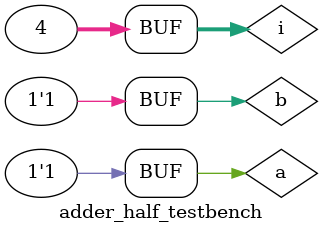
<source format=sv>
`timescale 1ns/10ps

module adder_half (
   output logic sum, c_out,
   input  logic a, b
   );
   
   xor #50 x1(sum,   a, b);
   and #50 a1(c_out, a, b);

endmodule

// Note: testbench only worked when the #50s
//       were omitted
module adder_half_testbench ();
   logic sum, c_out;
   logic a, b;

   adder_half dut (.sum, .c_out, .a, .b);

   integer i;
   initial begin
      for (i = 0; i < 4; i++) begin
         {b, a} = i; #100;
      end
   end
endmodule 

</source>
